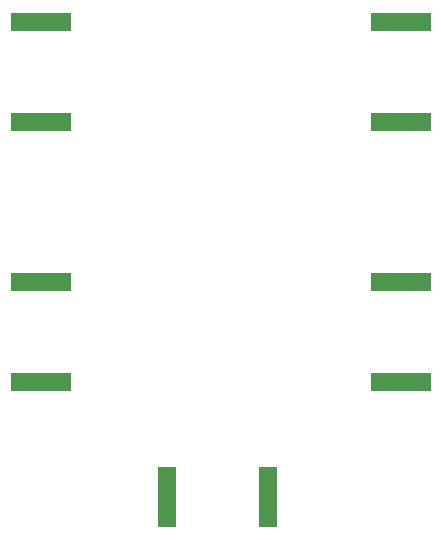
<source format=gbr>
G04 #@! TF.GenerationSoftware,KiCad,Pcbnew,5.1.6-c6e7f7d~87~ubuntu18.04.1*
G04 #@! TF.CreationDate,2021-01-12T05:29:31+00:00*
G04 #@! TF.ProjectId,amp,616d702e-6b69-4636-9164-5f7063625858,rev?*
G04 #@! TF.SameCoordinates,Original*
G04 #@! TF.FileFunction,Paste,Bot*
G04 #@! TF.FilePolarity,Positive*
%FSLAX46Y46*%
G04 Gerber Fmt 4.6, Leading zero omitted, Abs format (unit mm)*
G04 Created by KiCad (PCBNEW 5.1.6-c6e7f7d~87~ubuntu18.04.1) date 2021-01-12 05:29:31*
%MOMM*%
%LPD*%
G01*
G04 APERTURE LIST*
%ADD10R,5.080000X1.500000*%
%ADD11R,1.500000X5.080000*%
G04 APERTURE END LIST*
D10*
G04 #@! TO.C,J5*
X153500000Y-96750000D03*
X153500000Y-105250000D03*
G04 #@! TD*
D11*
G04 #@! TO.C,J4*
X142250000Y-115000000D03*
X133750000Y-115000000D03*
G04 #@! TD*
D10*
G04 #@! TO.C,J3*
X153500000Y-74750000D03*
X153500000Y-83250000D03*
G04 #@! TD*
G04 #@! TO.C,J2*
X123000000Y-105250000D03*
X123000000Y-96750000D03*
G04 #@! TD*
G04 #@! TO.C,J1*
X123000000Y-83250000D03*
X123000000Y-74750000D03*
G04 #@! TD*
M02*

</source>
